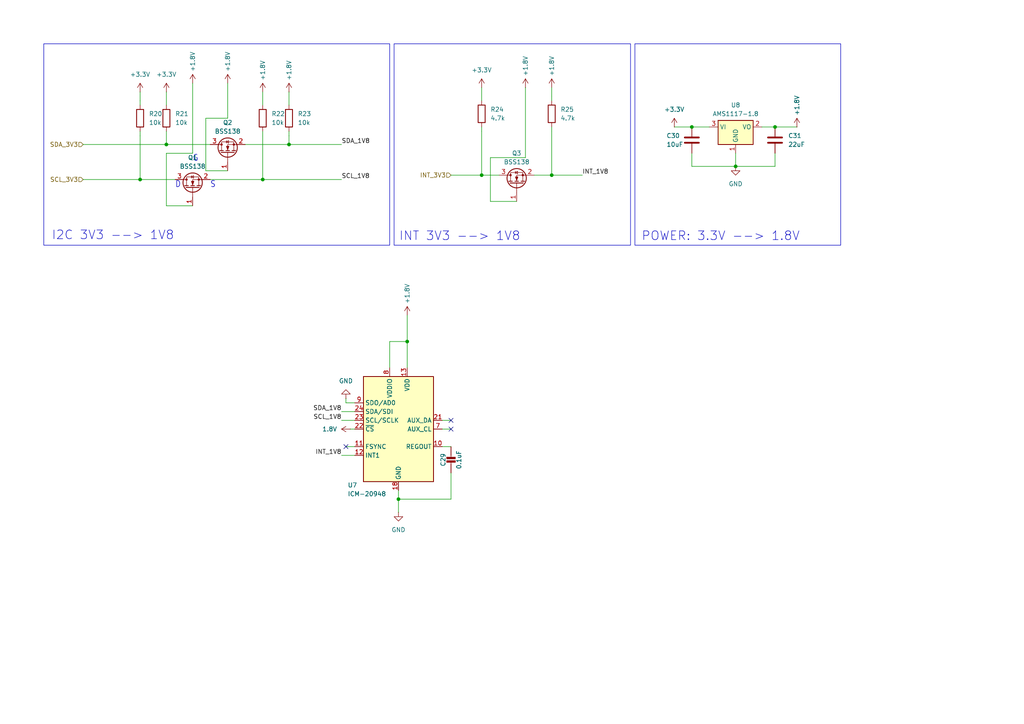
<source format=kicad_sch>
(kicad_sch (version 20250114) (generator "eeschema") (generator_version "9.0")
  (paper "A4")
  (lib_symbols
    (symbol "Adafruit ICM20948-eagle-import:microbuilder_CAP_CERAMIC0603_NO"
      (property "Reference" "C" (at -2.29 1.25 90))
      (symbol "microbuilder_CAP_CERAMIC0603_NO_1_0"
        (rectangle (start -1.27 1.524) (end 1.27 2.032) (fill (type outline)))
        (rectangle (start -1.27 0.508) (end 1.27 1.016) (fill (type outline)))
        (polyline (pts (xy 0 2.54) (xy 0 1.778)) (stroke (width 0.1524)))
        (polyline (pts (xy 0 0.762) (xy 0 0)) (stroke (width 0.1524)))
        (pin passive line (at 0 5.08 270) (length 2.54) (name "1") (number "1"))
        (pin passive line (at 0 -2.54 90) (length 2.54) (name "2") (number "2"))
      )
    )
    (symbol "Device:C" (pin_numbers (hide yes)) (pin_names (offset 0.254))
      (property "Reference" "C" (at 0.635 2.54 0))
      (property "Value" "C" (at 0.635 -2.54 0))
      (symbol "C_0_1"
        (polyline (pts (xy -2.032 0.762) (xy 2.032 0.762)) (stroke (width 0.508)))
        (polyline (pts (xy -2.032 -0.762) (xy 2.032 -0.762)) (stroke (width 0.508)))
      )
      (symbol "C_1_1"
        (pin passive line (at 0 3.81 270) (length 2.794) (name "~") (number "1"))
        (pin passive line (at 0 -3.81 90) (length 2.794) (name "~") (number "2"))
      )
    )
    (symbol "Device:R" (pin_numbers (hide yes)) (pin_names (offset 0))
      (property "Reference" "R" (at 2.032 0 90))
      (property "Value" "R" (at 0 0 90))
      (symbol "R_0_1"
        (rectangle (start -1.016 -2.54) (end 1.016 2.54) (stroke (width 0.254)))
      )
      (symbol "R_1_1"
        (pin passive line (at 0 3.81 270) (length 1.27) (name "~") (number "1"))
        (pin passive line (at 0 -3.81 90) (length 1.27) (name "~") (number "2"))
      )
    )
    (symbol "Regulator_Linear:AMS1117-1.8"
      (property "Reference" "U" (at -3.81 3.175 0))
      (property "Value" "AMS1117-1.8" (at 0 3.175 0))
      (symbol "AMS1117-1.8_0_1"
        (rectangle (start -5.08 -5.08) (end 5.08 1.905) (stroke (width 0.254)) (fill (type background)))
      )
      (symbol "AMS1117-1.8_1_1"
        (pin power_in line (at -7.62 0 0) (length 2.54) (name "VI") (number "3"))
        (pin power_in line (at 0 -7.62 90) (length 2.54) (name "GND") (number "1"))
        (pin power_out line (at 7.62 0 180) (length 2.54) (name "VO") (number "2"))
      )
    )
    (symbol "Sensor_Motion:ICM-20948"
      (property "Reference" "U" (at -11.43 16.51 0))
      (property "Value" "ICM-20948" (at 7.62 -16.51 0))
      (symbol "ICM-20948_0_1"
        (rectangle (start -10.16 15.24) (end 10.16 -15.24) (stroke (width 0.254)) (fill (type background)))
      )
      (symbol "ICM-20948_1_1"
        (pin bidirectional line (at -12.7 7.62 0) (length 2.54) (name "SDO/AD0") (number "9"))
        (pin bidirectional line (at -12.7 5.08 0) (length 2.54) (name "SDA/SDI") (number "24"))
        (pin input line (at -12.7 2.54 0) (length 2.54) (name "SCL/SCLK") (number "23"))
        (pin input line (at -12.7 0 0) (length 2.54) (name "~{CS}") (number "22"))
        (pin input line (at -12.7 -5.08 0) (length 2.54) (name "FSYNC") (number "11"))
        (pin output line (at -12.7 -7.62 0) (length 2.54) (name "INT1") (number "12"))
        (pin no_connect line (at -10.16 12.7 0) (length 2.54) (hide yes) (name "NC") (number "1"))
        (pin no_connect line (at -10.16 10.16 0) (length 2.54) (hide yes) (name "NC") (number "2"))
        (pin no_connect line (at -10.16 -2.54 0) (length 2.54) (hide yes) (name "NC") (number "3"))
        (pin no_connect line (at -10.16 -10.16 0) (length 2.54) (hide yes) (name "NC") (number "4"))
        (pin no_connect line (at -10.16 -12.7 0) (length 2.54) (hide yes) (name "NC") (number "5"))
        (pin power_in line (at -2.54 17.78 270) (length 2.54) (name "VDDIO") (number "8"))
        (pin power_in line (at 0 -17.78 90) (length 2.54) (name "GND") (number "18"))
        (pin passive line (at 0 -17.78 90) (length 2.54) (hide yes) (name "GND") (number "20"))
        (pin power_in line (at 2.54 17.78 270) (length 2.54) (name "VDD") (number "13"))
        (pin no_connect line (at 10.16 10.16 180) (length 2.54) (hide yes) (name "NC") (number "6"))
        (pin no_connect line (at 10.16 7.62 180) (length 2.54) (hide yes) (name "NC") (number "14"))
        (pin no_connect line (at 10.16 5.08 180) (length 2.54) (hide yes) (name "NC") (number "15"))
        (pin no_connect line (at 10.16 -7.62 180) (length 2.54) (hide yes) (name "NC") (number "16"))
        (pin no_connect line (at 10.16 -10.16 180) (length 2.54) (hide yes) (name "NC") (number "17"))
        (pin no_connect line (at 10.16 -12.7 180) (length 2.54) (hide yes) (name "RESV") (number "19"))
        (pin bidirectional line (at 12.7 2.54 180) (length 2.54) (name "AUX_DA") (number "21"))
        (pin output line (at 12.7 0 180) (length 2.54) (name "AUX_CL") (number "7"))
        (pin passive line (at 12.7 -5.08 180) (length 2.54) (name "REGOUT") (number "10"))
      )
    )
    (symbol "Transistor_FET:BSS138" (pin_names (offset 0) (hide yes))
      (property "Reference" "Q" (at 5.08 1.905 0))
      (property "Value" "BSS138" (at 5.08 0 0))
      (symbol "BSS138_0_1"
        (polyline (pts (xy 0.254 1.905) (xy 0.254 -1.905)) (stroke (width 0.254)))
        (polyline (pts (xy 0.254 0) (xy -2.54 0)))
        (polyline (pts (xy 0.762 2.286) (xy 0.762 1.27)) (stroke (width 0.254)))
        (polyline (pts (xy 0.762 0.508) (xy 0.762 -0.508)) (stroke (width 0.254)))
        (polyline (pts (xy 0.762 -1.27) (xy 0.762 -2.286)) (stroke (width 0.254)))
        (polyline (pts (xy 0.762 -1.778) (xy 3.302 -1.778) (xy 3.302 1.778) (xy 0.762 1.778)))
        (polyline (pts (xy 1.016 0) (xy 2.032 0.381) (xy 2.032 -0.381) (xy 1.016 0)) (fill (type outline)))
        (circle (center 1.651 0) (radius 2.794) (stroke (width 0.254)))
        (polyline (pts (xy 2.54 2.54) (xy 2.54 1.778)))
        (circle (center 2.54 1.778) (radius 0.254) (fill (type outline)))
        (circle (center 2.54 -1.778) (radius 0.254) (fill (type outline)))
        (polyline (pts (xy 2.54 -2.54) (xy 2.54 0) (xy 0.762 0)))
        (polyline (pts (xy 2.921 0.381) (xy 3.683 0.381)))
        (polyline (pts (xy 3.302 0.381) (xy 2.921 -0.254) (xy 3.683 -0.254) (xy 3.302 0.381)))
      )
      (symbol "BSS138_1_1"
        (pin input line (at -5.08 0 0) (length 2.54) (name "G") (number "1"))
        (pin passive line (at 2.54 5.08 270) (length 2.54) (name "D") (number "3"))
        (pin passive line (at 2.54 -5.08 90) (length 2.54) (name "S") (number "2"))
      )
    )
    (symbol "power:+1V8" (power) (pin_numbers (hide yes)) (pin_names (offset 0) (hide yes))
      (property "Value" "+1V8" (at 0 3.556 0))
      (symbol "+1V8_0_1"
        (polyline (pts (xy -0.762 1.27) (xy 0 2.54)))
        (polyline (pts (xy 0 2.54) (xy 0.762 1.27)))
        (polyline (pts (xy 0 0) (xy 0 2.54)))
      )
      (symbol "+1V8_1_1"
        (pin power_in line (at 0 0 90) (length 0) (name "~") (number "1"))
      )
    )
    (symbol "power:+3.3V" (power) (pin_numbers (hide yes)) (pin_names (offset 0) (hide yes))
      (property "Value" "+3.3V" (at 0 3.556 0))
      (symbol "+3.3V_0_1"
        (polyline (pts (xy -0.762 1.27) (xy 0 2.54)))
        (polyline (pts (xy 0 2.54) (xy 0.762 1.27)))
        (polyline (pts (xy 0 0) (xy 0 2.54)))
      )
      (symbol "+3.3V_1_1"
        (pin power_in line (at 0 0 90) (length 0) (name "~") (number "1"))
      )
    )
    (symbol "power:GND" (power) (pin_numbers (hide yes)) (pin_names (offset 0) (hide yes))
      (property "Value" "GND" (at 0 -3.81 0))
      (symbol "GND_0_1"
        (polyline (pts (xy 0 0) (xy 0 -1.27) (xy 1.27 -1.27) (xy 0 -2.54) (xy -1.27 -1.27) (xy 0 -1.27)))
      )
      (symbol "GND_1_1"
        (pin power_in line (at 0 0 270) (length 0) (name "~") (number "1"))
      )
    )
  )
  (rectangle (start 184.15 12.7) (end 243.84 71.12))
  (rectangle (start 114.3 12.7) (end 182.88 71.12))
  (rectangle (start 12.7 12.7) (end 113.03 71.12))
  (text "G" (at 55.88 46.99 0) (effects (font (size 1.778 1.5113)) (justify left bottom)))
  (text "I2C 3V3 --> 1V8" (at 32.766 68.326 0) (effects (font (size 2.54 2.54))))
  (text "D" (at 50.8 54.61 0) (effects (font (size 1.778 1.5113)) (justify left bottom)))
  (text "INT 3V3 --> 1V8" (at 133.35 68.58 0) (effects (font (size 2.54 2.54))))
  (text "POWER: 3.3V --> 1.8V" (at 209.042 68.58 0) (effects (font (size 2.54 2.54))))
  (text "S" (at 60.96 54.61 0) (effects (font (size 1.778 1.5113)) (justify left bottom)))
  (junction (at 118.11 99.06))
  (junction (at 40.64 52.07))
  (junction (at 213.36 48.26))
  (junction (at 160.02 50.8))
  (junction (at 139.7 50.8))
  (junction (at 83.82 41.91))
  (junction (at 115.57 144.78))
  (junction (at 48.26 41.91))
  (junction (at 224.79 36.83))
  (junction (at 76.2 52.07))
  (junction (at 200.66 36.83))
  (no_connect (at 100.33 129.54))
  (no_connect (at 130.81 124.46))
  (no_connect (at 130.81 121.92))
  (wire (pts (xy 76.2 29.21) (xy 76.2 30.48)))
  (wire (pts (xy 76.2 38.1) (xy 76.2 39.37)))
  (wire (pts (xy 48.26 59.69) (xy 55.88 59.69)) (stroke (width 0.1524)))
  (wire (pts (xy 142.24 45.72) (xy 142.24 58.42)) (stroke (width 0.1524)))
  (wire (pts (xy 76.2 52.07) (xy 99.06 52.07)) (stroke (width 0.1524)))
  (wire (pts (xy 200.66 36.83) (xy 205.74 36.83)))
  (wire (pts (xy 76.2 39.37) (xy 76.2 52.07)) (stroke (width 0.1524)))
  (wire (pts (xy 130.81 124.46) (xy 128.27 124.46)))
  (wire (pts (xy 66.04 34.29) (xy 59.69 34.29)) (stroke (width 0.1524)))
  (wire (pts (xy 24.13 52.07) (xy 40.64 52.07)) (stroke (width 0.1524)))
  (wire (pts (xy 152.4 45.72) (xy 152.4 25.4)) (stroke (width 0.1524)))
  (wire (pts (xy 118.11 91.44) (xy 118.11 99.06)))
  (wire (pts (xy 200.66 48.26) (xy 200.66 44.45)))
  (wire (pts (xy 139.7 50.8) (xy 130.81 50.8)) (stroke (width 0.1524)))
  (wire (pts (xy 99.06 132.08) (xy 102.87 132.08)))
  (wire (pts (xy 130.81 121.92) (xy 128.27 121.92)))
  (wire (pts (xy 160.02 38.1) (xy 160.02 50.8)) (stroke (width 0.1524)))
  (wire (pts (xy 71.12 41.91) (xy 83.82 41.91)) (stroke (width 0.1524)))
  (wire (pts (xy 40.64 38.1) (xy 40.64 39.37)))
  (wire (pts (xy 83.82 39.37) (xy 83.82 41.91)) (stroke (width 0.1524)))
  (wire (pts (xy 144.78 50.8) (xy 139.7 50.8)) (stroke (width 0.1524)))
  (wire (pts (xy 59.69 34.29) (xy 59.69 49.53)) (stroke (width 0.1524)))
  (wire (pts (xy 55.88 44.45) (xy 48.26 44.45)) (stroke (width 0.1524)))
  (wire (pts (xy 200.66 48.26) (xy 213.36 48.26)))
  (wire (pts (xy 224.79 36.83) (xy 220.98 36.83)))
  (wire (pts (xy 130.81 144.78) (xy 115.57 144.78)))
  (wire (pts (xy 160.02 27.94) (xy 160.02 29.21)))
  (wire (pts (xy 83.82 26.67) (xy 83.82 30.48)) (stroke (width 0.1524)))
  (wire (pts (xy 59.69 49.53) (xy 66.04 49.53)) (stroke (width 0.1524)))
  (wire (pts (xy 48.26 26.67) (xy 48.26 30.48)) (stroke (width 0.1524)))
  (wire (pts (xy 160.02 36.83) (xy 160.02 38.1)))
  (wire (pts (xy 113.03 99.06) (xy 113.03 106.68)))
  (wire (pts (xy 99.06 119.38) (xy 102.87 119.38)))
  (wire (pts (xy 224.79 48.26) (xy 224.79 44.45)))
  (wire (pts (xy 40.64 26.67) (xy 40.64 29.21)) (stroke (width 0.1524)))
  (wire (pts (xy 139.7 25.4) (xy 139.7 29.21)) (stroke (width 0.1524)))
  (wire (pts (xy 115.57 142.24) (xy 115.57 144.78)))
  (wire (pts (xy 118.11 99.06) (xy 113.03 99.06)))
  (wire (pts (xy 83.82 38.1) (xy 83.82 39.37)))
  (wire (pts (xy 152.4 45.72) (xy 142.24 45.72)) (stroke (width 0.1524)))
  (wire (pts (xy 213.36 48.26) (xy 213.36 44.45)))
  (wire (pts (xy 160.02 50.8) (xy 168.91 50.8)) (stroke (width 0.1524)))
  (wire (pts (xy 160.02 50.8) (xy 154.94 50.8)) (stroke (width 0.1524)))
  (wire (pts (xy 195.58 36.83) (xy 200.66 36.83)))
  (wire (pts (xy 160.02 25.4) (xy 160.02 27.94)) (stroke (width 0.1524)))
  (wire (pts (xy 213.36 48.26) (xy 224.79 48.26)))
  (wire (pts (xy 142.24 58.42) (xy 149.86 58.42)) (stroke (width 0.1524)))
  (wire (pts (xy 100.33 129.54) (xy 102.87 129.54)))
  (wire (pts (xy 55.88 44.45) (xy 55.88 24.13)) (stroke (width 0.1524)))
  (wire (pts (xy 101.6 124.46) (xy 102.87 124.46)))
  (wire (pts (xy 40.64 29.21) (xy 40.64 30.48)))
  (wire (pts (xy 130.81 137.16) (xy 130.81 144.78)))
  (wire (pts (xy 60.96 41.91) (xy 48.26 41.91)) (stroke (width 0.1524)))
  (wire (pts (xy 48.26 44.45) (xy 48.26 59.69)) (stroke (width 0.1524)))
  (wire (pts (xy 139.7 38.1) (xy 139.7 50.8)) (stroke (width 0.1524)))
  (wire (pts (xy 48.26 38.1) (xy 48.26 41.91)) (stroke (width 0.1524)))
  (wire (pts (xy 40.64 39.37) (xy 40.64 52.07)) (stroke (width 0.1524)))
  (wire (pts (xy 66.04 34.29) (xy 66.04 24.13)) (stroke (width 0.1524)))
  (wire (pts (xy 50.8 52.07) (xy 40.64 52.07)) (stroke (width 0.1524)))
  (wire (pts (xy 100.33 116.84) (xy 102.87 116.84)))
  (wire (pts (xy 115.57 144.78) (xy 115.57 148.59)))
  (wire (pts (xy 139.7 36.83) (xy 139.7 38.1)))
  (wire (pts (xy 60.96 52.07) (xy 76.2 52.07)) (stroke (width 0.1524)))
  (wire (pts (xy 76.2 29.21) (xy 76.2 26.67)) (stroke (width 0.1524)))
  (wire (pts (xy 99.06 121.92) (xy 102.87 121.92)))
  (wire (pts (xy 24.13 41.91) (xy 48.26 41.91)) (stroke (width 0.1524)))
  (wire (pts (xy 231.14 36.83) (xy 224.79 36.83)))
  (wire (pts (xy 100.33 115.57) (xy 100.33 116.84)))
  (wire (pts (xy 128.27 129.54) (xy 130.81 129.54)))
  (wire (pts (xy 118.11 99.06) (xy 118.11 106.68)))
  (wire (pts (xy 83.82 41.91) (xy 99.06 41.91)) (stroke (width 0.1524)))
  (label "SCL_1V8" (at 99.06 121.92 180))
  (label "SCL_1V8" (at 99.06 52.07 0))
  (label "SDA_1V8" (at 99.06 41.91 0))
  (label "INT_1V8" (at 99.06 132.08 180))
  (label "INT_1V8" (at 168.91 50.8 0))
  (label "SDA_1V8" (at 99.06 119.38 180))
  (hierarchical_label "INT_3V3" (shape input) (at 130.81 50.8 180))
  (hierarchical_label "SDA_3V3" (shape input) (at 24.13 41.91 180))
  (hierarchical_label "SCL_3V3" (shape input) (at 24.13 52.07 180))
  (symbol (lib_id "Device:C") (at 200.66 40.64 180) (unit 1)
    (property "Reference" "C30" (at 193.294 39.37 0) (effects (justify right)))
    (property "Value" "10uF" (at 193.294 41.91 0) (effects (justify right)))
    (property "Footprint" "Capacitor_SMD:C_0805_2012Metric" (effects (hide yes)))
    (property "Description" "Unpolarized capacitor" (effects (hide yes)))
  )
  (symbol (lib_id "Device:R") (at 160.02 33.02 0) (unit 1)
    (property "Reference" "R25" (at 162.56 31.7499 0) (effects (justify left)))
    (property "Value" "4.7k" (at 162.56 34.2899 0) (effects (justify left)))
    (property "Footprint" "Resistor_SMD:R_0603_1608Metric" (effects (hide yes)))
    (property "Description" "Resistor" (effects (hide yes)))
  )
  (symbol (lib_id "Regulator_Linear:AMS1117-1.8") (at 213.36 36.83 0) (unit 1)
    (property "Reference" "U8" (at 213.36 30.48 0))
    (property "Value" "AMS1117-1.8" (at 213.36 33.02 0))
    (property "Footprint" "Package_TO_SOT_SMD:SOT-223-3_TabPin2" (effects (hide yes)))
    (property "Datasheet" "http://www.advanced-monolithic.com/pdf/ds1117.pdf" (effects (hide yes)))
    (property "Description" "1A Low Dropout regulator, positive, 1.8V fixed output, SOT-223" (effects (hide yes)))
  )
  (symbol (lib_id "power:+1V8") (at 152.4 25.4 0) (unit 1)
    (property "Reference" "#PWR092" (effects (hide yes)))
    (property "Value" "+1.8V" (at 152.4 22.098 90) (effects (justify left)))
    (property "Description" "Power symbol creates a global label with name \"+1V8\"" (effects (hide yes)))
  )
  (symbol (lib_id "Transistor_FET:BSS138") (at 55.88 54.61 90) (unit 1)
    (property "Reference" "Q1" (at 55.88 45.72 90))
    (property "Value" "BSS138" (at 55.88 48.26 90))
    (property "Footprint" "Package_TO_SOT_SMD:SOT-23" (effects (hide yes)))
    (property "Datasheet" "https://www.onsemi.com/pub/Collateral/BSS138-D.PDF" (effects (hide yes)))
    (property "Description" "50V Vds, 0.22A Id, N-Channel MOSFET, SOT-23" (effects (hide yes)))
  )
  (symbol (lib_id "Transistor_FET:BSS138") (at 66.04 44.45 90) (unit 1)
    (property "Reference" "Q2" (at 66.04 35.56 90))
    (property "Value" "BSS138" (at 66.04 38.1 90))
    (property "Footprint" "Package_TO_SOT_SMD:SOT-23" (effects (hide yes)))
    (property "Datasheet" "https://www.onsemi.com/pub/Collateral/BSS138-D.PDF" (effects (hide yes)))
    (property "Description" "50V Vds, 0.22A Id, N-Channel MOSFET, SOT-23" (effects (hide yes)))
  )
  (symbol (lib_id "power:+3.3V") (at 139.7 25.4 0) (unit 1)
    (property "Reference" "#PWR091" (effects (hide yes)))
    (property "Value" "+3.3V" (at 139.7 20.32 0))
    (property "Description" "Power symbol creates a global label with name \"+3.3V\"" (effects (hide yes)))
  )
  (symbol (lib_id "Sensor_Motion:ICM-20948") (at 115.57 124.46 0) (unit 1)
    (property "Reference" "U7" (at 100.838 140.716 0) (effects (justify left)))
    (property "Value" "ICM-20948" (at 100.838 143.256 0) (effects (justify left)))
    (property "Footprint" "Sensor_Motion:InvenSense_QFN-24_3x3mm_P0.4mm" (effects (hide yes)))
    (property "Datasheet" "http://www.invensense.com/wp-content/uploads/2016/06/DS-000189-ICM-20948-v1.3.pdf" (effects (hide yes)))
    (property "Description" "InvenSense 9-Axis Motion Sensor, Accelerometer, Gyroscope, Compass, I2C/SPI, QFN-24" (effects (hide yes)))
  )
  (symbol (lib_id "power:+1V8") (at 231.14 36.83 0) (unit 1)
    (property "Reference" "#PWR096" (effects (hide yes)))
    (property "Value" "+1.8V" (at 231.14 33.528 90) (effects (justify left)))
    (property "Description" "Power symbol creates a global label with name \"+1V8\"" (effects (hide yes)))
  )
  (symbol (lib_id "Device:R") (at 76.2 34.29 0) (unit 1)
    (property "Reference" "R22" (at 78.74 33.0199 0) (effects (justify left)))
    (property "Value" "10k" (at 78.74 35.5599 0) (effects (justify left)))
    (property "Footprint" "Resistor_SMD:R_0603_1608Metric" (effects (hide yes)))
  )
  (symbol (lib_id "power:+3.3V") (at 48.26 26.67 0) (unit 1)
    (property "Reference" "#PWR082" (effects (hide yes)))
    (property "Value" "+3.3V" (at 48.26 21.59 0))
    (property "Description" "Power symbol creates a global label with name \"+3.3V\"" (effects (hide yes)))
  )
  (symbol (lib_id "power:GND") (at 100.33 115.57 180) (unit 1)
    (property "Reference" "#PWR087" (effects (hide yes)))
    (property "Value" "GND" (at 100.33 110.49 0))
    (property "Description" "Power symbol creates a global label with name \"GND\" , ground" (effects (hide yes)))
  )
  (symbol (lib_id "power:+1V8") (at 76.2 26.67 0) (unit 1)
    (property "Reference" "#PWR085" (effects (hide yes)))
    (property "Value" "+1.8V" (at 76.2 23.368 90) (effects (justify left)))
    (property "Description" "Power symbol creates a global label with name \"+1V8\"" (effects (hide yes)))
  )
  (symbol (lib_id "power:GND") (at 213.36 48.26 0) (unit 1)
    (property "Reference" "#PWR095" (effects (hide yes)))
    (property "Value" "GND" (at 213.36 53.34 0))
    (property "Description" "Power symbol creates a global label with name \"GND\" , ground" (effects (hide yes)))
  )
  (symbol (lib_id "power:+3.3V") (at 40.64 26.67 0) (unit 1)
    (property "Reference" "#PWR081" (effects (hide yes)))
    (property "Value" "+3.3V" (at 40.64 21.59 0))
    (property "Description" "Power symbol creates a global label with name \"+3.3V\"" (effects (hide yes)))
  )
  (symbol (lib_id "power:+1V8") (at 83.82 26.67 0) (unit 1)
    (property "Reference" "#PWR086" (effects (hide yes)))
    (property "Value" "+1.8V" (at 83.82 23.368 90) (effects (justify left)))
    (property "Description" "Power symbol creates a global label with name \"+1V8\"" (effects (hide yes)))
  )
  (symbol (lib_id "Device:R") (at 48.26 34.29 0) (unit 1)
    (property "Reference" "R21" (at 50.8 33.0199 0) (effects (justify left)))
    (property "Value" "10k" (at 50.8 35.5599 0) (effects (justify left)))
    (property "Footprint" "Resistor_SMD:R_0603_1608Metric" (effects (hide yes)))
  )
  (symbol (lib_id "Device:R") (at 83.82 34.29 0) (unit 1)
    (property "Reference" "R23" (at 86.36 33.0199 0) (effects (justify left)))
    (property "Value" "10k" (at 86.36 35.5599 0) (effects (justify left)))
    (property "Footprint" "Resistor_SMD:R_0603_1608Metric" (effects (hide yes)))
  )
  (symbol (lib_id "power:+3.3V") (at 195.58 36.83 0) (unit 1)
    (property "Reference" "#PWR094" (effects (hide yes)))
    (property "Value" "+3.3V" (at 195.58 31.75 0))
    (property "Description" "Power symbol creates a global label with name \"+3.3V\"" (effects (hide yes)))
  )
  (symbol (lib_id "power:+1V8") (at 118.11 91.44 0) (unit 1)
    (property "Reference" "#PWR090" (effects (hide yes)))
    (property "Value" "+1.8V" (at 118.11 88.138 90) (effects (justify left)))
    (property "Description" "Power symbol creates a global label with name \"+1V8\"" (effects (hide yes)))
  )
  (symbol (lib_id "Device:R") (at 40.64 34.29 0) (unit 1)
    (property "Reference" "R20" (at 43.18 33.0199 0) (effects (justify left)))
    (property "Value" "10k" (at 43.18 35.5599 0) (effects (justify left)))
    (property "Footprint" "Resistor_SMD:R_0603_1608Metric" (effects (hide yes)))
  )
  (symbol (lib_id "power:+1V8") (at 101.6 124.46 90) (unit 1)
    (property "Reference" "#PWR088" (effects (hide yes)))
    (property "Value" "1.8V" (at 97.79 124.4599 90) (effects (justify left)))
    (property "Description" "Power symbol creates a global label with name \"+1V8\"" (effects (hide yes)))
  )
  (symbol (lib_id "power:+1V8") (at 160.02 25.4 0) (unit 1)
    (property "Reference" "#PWR093" (effects (hide yes)))
    (property "Value" "+1.8V" (at 160.02 22.098 90) (effects (justify left)))
    (property "Description" "Power symbol creates a global label with name \"+1V8\"" (effects (hide yes)))
  )
  (symbol (lib_id "Device:C") (at 224.79 40.64 0) (unit 1)
    (property "Reference" "C31" (at 228.6 39.3699 0) (effects (justify left)))
    (property "Value" "22uF" (at 228.6 41.9099 0) (effects (justify left)))
    (property "Footprint" "Capacitor_SMD:C_1210_3225Metric" (effects (hide yes)))
    (property "Description" "Unpolarized capacitor" (effects (hide yes)))
  )
  (symbol (lib_id "Adafruit ICM20948-eagle-import:microbuilder_CAP_CERAMIC0603_NO") (at 130.81 134.62 0) (unit 1)
    (property "Reference" "C29" (at 128.52 133.37 90))
    (property "Value" "0.1uF" (at 133.11 133.37 90))
    (property "Footprint" "Capacitor_SMD:C_0603_1608Metric" (effects (hide yes)))
  )
  (symbol (lib_id "power:+1V8") (at 66.04 24.13 0) (unit 1)
    (property "Reference" "#PWR084" (effects (hide yes)))
    (property "Value" "+1.8V" (at 66.04 20.828 90) (effects (justify left)))
    (property "Description" "Power symbol creates a global label with name \"+1V8\"" (effects (hide yes)))
  )
  (symbol (lib_id "Device:R") (at 139.7 33.02 0) (unit 1)
    (property "Reference" "R24" (at 142.24 31.7499 0) (effects (justify left)))
    (property "Value" "4.7k" (at 142.24 34.2899 0) (effects (justify left)))
    (property "Footprint" "Resistor_SMD:R_0603_1608Metric" (effects (hide yes)))
    (property "Description" "Resistor" (effects (hide yes)))
  )
  (symbol (lib_id "power:+1V8") (at 55.88 24.13 0) (unit 1)
    (property "Reference" "#PWR083" (effects (hide yes)))
    (property "Value" "+1.8V" (at 55.88 20.828 90) (effects (justify left)))
    (property "Description" "Power symbol creates a global label with name \"+1V8\"" (effects (hide yes)))
  )
  (symbol (lib_id "power:GND") (at 115.57 148.59 0) (unit 1)
    (property "Reference" "#PWR089" (effects (hide yes)))
    (property "Value" "GND" (at 115.57 153.67 0))
    (property "Description" "Power symbol creates a global label with name \"GND\" , ground" (effects (hide yes)))
  )
  (symbol (lib_id "Transistor_FET:BSS138") (at 149.86 53.34 90) (unit 1)
    (property "Reference" "Q3" (at 149.86 44.45 90))
    (property "Value" "BSS138" (at 149.86 46.99 90))
    (property "Footprint" "Package_TO_SOT_SMD:SOT-23" (effects (hide yes)))
    (property "Datasheet" "https://www.onsemi.com/pub/Collateral/BSS138-D.PDF" (effects (hide yes)))
    (property "Description" "50V Vds, 0.22A Id, N-Channel MOSFET, SOT-23" (effects (hide yes)))
  )
)
</source>
